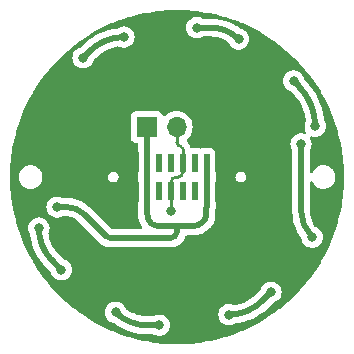
<source format=gbl>
%TF.GenerationSoftware,KiCad,Pcbnew,7.0.10*%
%TF.CreationDate,2024-04-29T22:23:39+02:00*%
%TF.ProjectId,GhostControllerLED,47686f73-7443-46f6-9e74-726f6c6c6572,rev?*%
%TF.SameCoordinates,Original*%
%TF.FileFunction,Copper,L2,Bot*%
%TF.FilePolarity,Positive*%
%FSLAX46Y46*%
G04 Gerber Fmt 4.6, Leading zero omitted, Abs format (unit mm)*
G04 Created by KiCad (PCBNEW 7.0.10) date 2024-04-29 22:23:39*
%MOMM*%
%LPD*%
G01*
G04 APERTURE LIST*
G04 Aperture macros list*
%AMRoundRect*
0 Rectangle with rounded corners*
0 $1 Rounding radius*
0 $2 $3 $4 $5 $6 $7 $8 $9 X,Y pos of 4 corners*
0 Add a 4 corners polygon primitive as box body*
4,1,4,$2,$3,$4,$5,$6,$7,$8,$9,$2,$3,0*
0 Add four circle primitives for the rounded corners*
1,1,$1+$1,$2,$3*
1,1,$1+$1,$4,$5*
1,1,$1+$1,$6,$7*
1,1,$1+$1,$8,$9*
0 Add four rect primitives between the rounded corners*
20,1,$1+$1,$2,$3,$4,$5,0*
20,1,$1+$1,$4,$5,$6,$7,0*
20,1,$1+$1,$6,$7,$8,$9,0*
20,1,$1+$1,$8,$9,$2,$3,0*%
G04 Aperture macros list end*
%TA.AperFunction,ComponentPad*%
%ADD10R,1.700000X1.700000*%
%TD*%
%TA.AperFunction,ComponentPad*%
%ADD11O,1.700000X1.700000*%
%TD*%
%TA.AperFunction,ComponentPad*%
%ADD12RoundRect,0.500000X0.425000X0.000000X-0.425000X0.000000X-0.425000X0.000000X0.425000X0.000000X0*%
%TD*%
%TA.AperFunction,SMDPad,CuDef*%
%ADD13R,0.550000X1.600000*%
%TD*%
%TA.AperFunction,ViaPad*%
%ADD14C,0.800000*%
%TD*%
%TA.AperFunction,Conductor*%
%ADD15C,0.250000*%
%TD*%
%TA.AperFunction,Conductor*%
%ADD16C,0.500000*%
%TD*%
%TA.AperFunction,Conductor*%
%ADD17C,0.550000*%
%TD*%
G04 APERTURE END LIST*
D10*
%TO.P,REF\u002A\u002A,1*%
%TO.N,Net-(D1-VDD)*%
X46700000Y-44400000D03*
D11*
%TO.P,REF\u002A\u002A,2*%
%TO.N,Net-(J1-D+-PadA6)*%
X49240000Y-44400000D03*
%TO.P,REF\u002A\u002A,3*%
%TO.N,GND*%
X51780000Y-44400000D03*
%TD*%
D12*
%TO.P,NoUSB,1*%
%TO.N,GND*%
X53417285Y-46630000D03*
%TO.P,NoUSB,2*%
X53417285Y-50670000D03*
%TO.P,NoUSB,3*%
X45117285Y-50670000D03*
X45117285Y-46630000D03*
D13*
%TO.P,NoUSB,A1,GND*%
X52767285Y-47500000D03*
%TO.P,NoUSB,A4,VBUS*%
%TO.N,Net-(D1-VDD)*%
X51767285Y-47500000D03*
%TO.P,NoUSB,A5,CC1*%
%TO.N,unconnected-(J1-CC1-PadA5)*%
X50767285Y-47500000D03*
%TO.P,NoUSB,A6,D+*%
%TO.N,Net-(J1-D+-PadA6)*%
X49767285Y-47500000D03*
%TO.P,NoUSB,A7,D-*%
%TO.N,unconnected-(J1-D--PadA7)*%
X48767285Y-47500000D03*
%TO.P,NoUSB,A8,SBU1*%
%TO.N,unconnected-(J1-SBU1-PadA8)*%
X47767285Y-47500000D03*
%TO.P,NoUSB,A9,VBUS*%
%TO.N,Net-(D1-VDD)*%
X46767285Y-47500000D03*
%TO.P,NoUSB,A12,GND*%
%TO.N,GND*%
X45767285Y-47500000D03*
%TO.P,NoUSB,B1,GND*%
X45767285Y-49800000D03*
%TO.P,NoUSB,B4,VBUS*%
%TO.N,Net-(D1-VDD)*%
X46767285Y-49800000D03*
%TO.P,NoUSB,B5,CC2*%
%TO.N,unconnected-(J1-CC2-PadB5)*%
X47767285Y-49800000D03*
%TO.P,NoUSB,B6,D+*%
%TO.N,Net-(J1-D+-PadA6)*%
X48767285Y-49800000D03*
%TO.P,NoUSB,B7,D-*%
%TO.N,unconnected-(J1-D--PadB7)*%
X49767285Y-49800000D03*
%TO.P,NoUSB,B8,SBU2*%
%TO.N,unconnected-(J1-SBU2-PadB8)*%
X50767285Y-49800000D03*
%TO.P,NoUSB,B9,VBUS*%
%TO.N,Net-(D1-VDD)*%
X51767285Y-49800000D03*
%TO.P,NoUSB,B12,GND*%
%TO.N,GND*%
X52767285Y-49800000D03*
%TD*%
D14*
%TO.N,Net-(D1-VDD)*%
X41317285Y-38550000D03*
X44767285Y-36800000D03*
X57217285Y-58400000D03*
X60967285Y-44350000D03*
X39117285Y-51200000D03*
X53667285Y-60300000D03*
X50950000Y-36000000D03*
X44067285Y-60100000D03*
X39467285Y-56500000D03*
X59767285Y-45850000D03*
X37567285Y-52970551D03*
X54476688Y-36973312D03*
X60717285Y-53750000D03*
X47767285Y-61200000D03*
X59131447Y-40525000D03*
%TO.N,Net-(J1-D+-PadA6)*%
X48767965Y-51500680D03*
%TD*%
D15*
%TO.N,Net-(J1-D+-PadA6)*%
X48767285Y-51500000D02*
X48767285Y-49800000D01*
X48767965Y-51500680D02*
X48767285Y-51500000D01*
D16*
%TO.N,Net-(D1-VDD)*%
X54476687Y-36973313D02*
G75*
G03*
X52126905Y-36000000I-2349787J-2349787D01*
G01*
X52126905Y-36000000D02*
X50950000Y-36000000D01*
X54427740Y-36924594D02*
X54476458Y-36973312D01*
X54476458Y-36973312D02*
X54476688Y-36973312D01*
X44767285Y-36800001D02*
G75*
G03*
X41865205Y-38002082I15J-4104199D01*
G01*
X41865204Y-38002081D02*
X41317285Y-38550000D01*
X60967278Y-44350000D02*
G75*
G03*
X59560735Y-40954288I-4802278J0D01*
G01*
X59560735Y-40954288D02*
X59131447Y-40525000D01*
D17*
X56484011Y-59133274D02*
X57217285Y-58400000D01*
D16*
X37696997Y-52989694D02*
X37586428Y-52989694D01*
D17*
X51767285Y-47500000D02*
X51767285Y-49800000D01*
X46767285Y-51155026D02*
X46767285Y-49800000D01*
X50605026Y-52806066D02*
X49250000Y-52806066D01*
X39467285Y-56496882D02*
X38584462Y-55614059D01*
D16*
X59767285Y-51456498D02*
X59767285Y-45850000D01*
D17*
X46750000Y-51761092D02*
X46750000Y-51196755D01*
X49250000Y-52806066D02*
X47582842Y-52806066D01*
X47767285Y-61200000D02*
X46722919Y-61200000D01*
X51767285Y-49800000D02*
X51767285Y-51200000D01*
X51750000Y-51806066D02*
X51750000Y-51241729D01*
X51502513Y-52403554D02*
X51450000Y-52456066D01*
X46767285Y-47500000D02*
X46767285Y-49800000D01*
D15*
X51767285Y-47239949D02*
X51767285Y-47500000D01*
D17*
X39467285Y-56500000D02*
X39467285Y-56496882D01*
D16*
X37586428Y-52989694D02*
X37567285Y-52970551D01*
D17*
X43268934Y-53668934D02*
X42150000Y-52550000D01*
X42150000Y-52550000D02*
X41402076Y-51802077D01*
X48737868Y-53806066D02*
X43600000Y-53806066D01*
X49250000Y-52806066D02*
X49250000Y-53293934D01*
X39948534Y-51200000D02*
X39117285Y-51200000D01*
D15*
X46767285Y-44300000D02*
X46717285Y-44250000D01*
D17*
X46767285Y-47500000D02*
X46767285Y-44562440D01*
X41402055Y-51802098D02*
G75*
G03*
X39948534Y-51200000I-1453555J-1453502D01*
G01*
X46767268Y-44562440D02*
G75*
G03*
X46700000Y-44400000I-229668J40D01*
G01*
D16*
X59767291Y-51456498D02*
G75*
G03*
X60717285Y-53750000I3243509J-2D01*
G01*
D17*
X51767273Y-51199988D02*
G75*
G03*
X51750000Y-51241729I41727J-41712D01*
G01*
X53667285Y-60299975D02*
G75*
G03*
X56484011Y-59133274I15J3983475D01*
G01*
X49099976Y-53656042D02*
G75*
G03*
X49250000Y-53293934I-362076J362142D01*
G01*
X46767285Y-44538298D02*
G75*
G03*
X46709999Y-44400001I-195585J-2D01*
G01*
X48737868Y-53806033D02*
G75*
G03*
X49100000Y-53656066I32J512133D01*
G01*
X50605026Y-52806086D02*
G75*
G03*
X51450000Y-52456066I-26J1194986D01*
G01*
X47099974Y-52606092D02*
G75*
G03*
X47582842Y-52806066I482826J482892D01*
G01*
X46750014Y-51761092D02*
G75*
G03*
X47100000Y-52606066I1194986J-8D01*
G01*
X46767310Y-51155051D02*
G75*
G03*
X46750000Y-51196755I41690J-41749D01*
G01*
X37567269Y-52970551D02*
G75*
G03*
X38584462Y-55614059I3952831J3551D01*
G01*
X43268941Y-53668927D02*
G75*
G03*
X43600000Y-53806066I331059J331027D01*
G01*
X44067282Y-60100003D02*
G75*
G03*
X46722919Y-61200000I2655618J2655603D01*
G01*
X51502535Y-52403576D02*
G75*
G03*
X51750000Y-51806066I-597535J597476D01*
G01*
D15*
%TO.N,Net-(J1-D+-PadA6)*%
X49767285Y-46250000D02*
X49767285Y-47500000D01*
X49767285Y-47500000D02*
X49767285Y-48225000D01*
X49257285Y-45739990D02*
X49257285Y-44441729D01*
X48767285Y-49075000D02*
X48767285Y-49800000D01*
X49342285Y-48650000D02*
X49192285Y-48650000D01*
X49257272Y-44441729D02*
G75*
G03*
X49240000Y-44400000I-58972J29D01*
G01*
X49342285Y-48649985D02*
G75*
G03*
X49767285Y-48225000I15J424985D01*
G01*
X49257290Y-44417587D02*
G75*
G03*
X49250000Y-44400000I-24890J-13D01*
G01*
X49257300Y-45739990D02*
G75*
G03*
X49567285Y-46050000I310000J-10D01*
G01*
X49767300Y-46250000D02*
G75*
G03*
X49567285Y-46050000I-200000J0D01*
G01*
X49192285Y-48649985D02*
G75*
G03*
X48767285Y-49075000I15J-425015D01*
G01*
%TD*%
%TA.AperFunction,Conductor*%
%TO.N,GND*%
G36*
X49570182Y-34505557D02*
G01*
X49717688Y-34509485D01*
X49720837Y-34509611D01*
X50319360Y-34541512D01*
X50322459Y-34541718D01*
X50469544Y-34553491D01*
X50472827Y-34553798D01*
X51068670Y-34617493D01*
X51071932Y-34617886D01*
X51218171Y-34637469D01*
X51221342Y-34637937D01*
X51812994Y-34733260D01*
X51816093Y-34733802D01*
X51961169Y-34761156D01*
X51964339Y-34761798D01*
X52550090Y-34888479D01*
X52553188Y-34889192D01*
X52696558Y-34924218D01*
X52699587Y-34925001D01*
X53277882Y-35082708D01*
X53280848Y-35083559D01*
X53422196Y-35126180D01*
X53425285Y-35127157D01*
X53994265Y-35315385D01*
X53997195Y-35316398D01*
X54136036Y-35366467D01*
X54139075Y-35367609D01*
X54620902Y-35556007D01*
X54697182Y-35585833D01*
X54700240Y-35587076D01*
X54836146Y-35644433D01*
X54839099Y-35645725D01*
X55384850Y-35893367D01*
X55387676Y-35894694D01*
X55520459Y-35959263D01*
X55523307Y-35960695D01*
X56055077Y-36237017D01*
X56057946Y-36238558D01*
X56186995Y-36310041D01*
X56189799Y-36311643D01*
X56528536Y-36511241D01*
X56706099Y-36615870D01*
X56708920Y-36617584D01*
X56747734Y-36641869D01*
X56833953Y-36695816D01*
X56836654Y-36697556D01*
X57336029Y-37028829D01*
X57338739Y-37030680D01*
X57459424Y-37115451D01*
X57462100Y-37117384D01*
X57943105Y-37474742D01*
X57945727Y-37476745D01*
X58061750Y-37567835D01*
X58064236Y-37569841D01*
X58522330Y-37949632D01*
X58525563Y-37952312D01*
X58528076Y-37954452D01*
X58639042Y-38051549D01*
X58641489Y-38053748D01*
X58975118Y-38361740D01*
X59081808Y-38460231D01*
X59084188Y-38462488D01*
X59189864Y-38565387D01*
X59192155Y-38567678D01*
X59319629Y-38698592D01*
X59610218Y-38997023D01*
X59612489Y-38999418D01*
X59712489Y-39107742D01*
X59714696Y-39110197D01*
X60109315Y-39561181D01*
X60111456Y-39563695D01*
X60205578Y-39677223D01*
X60207650Y-39679792D01*
X60577652Y-40151070D01*
X60579657Y-40153694D01*
X60667621Y-40272095D01*
X60669553Y-40274770D01*
X61013959Y-40765086D01*
X61015821Y-40767813D01*
X61097350Y-40890714D01*
X61099138Y-40893489D01*
X61416963Y-41401447D01*
X61418677Y-41404268D01*
X61493540Y-41531317D01*
X61495178Y-41534184D01*
X61785541Y-42058378D01*
X61787102Y-42061287D01*
X61855082Y-42192113D01*
X61856565Y-42195062D01*
X62118597Y-42733922D01*
X62120001Y-42736909D01*
X62180963Y-42871256D01*
X62182287Y-42874281D01*
X62415261Y-43426310D01*
X62416504Y-43429368D01*
X62470204Y-43566704D01*
X62471365Y-43569794D01*
X62674659Y-44133522D01*
X62675712Y-44136568D01*
X62722031Y-44276581D01*
X62723025Y-44279728D01*
X62896015Y-44853435D01*
X62896926Y-44856608D01*
X62935735Y-44998914D01*
X62936561Y-45002111D01*
X63078760Y-45584166D01*
X63079501Y-45587382D01*
X63110675Y-45731523D01*
X63111330Y-45734759D01*
X63222359Y-46323602D01*
X63222927Y-46326854D01*
X63246385Y-46472454D01*
X63246867Y-46475720D01*
X63326398Y-47069635D01*
X63326792Y-47072912D01*
X63342462Y-47219496D01*
X63342770Y-47222783D01*
X63390584Y-47820141D01*
X63390803Y-47823436D01*
X63398649Y-47970655D01*
X63398781Y-47973953D01*
X63416697Y-48646698D01*
X63416697Y-48653300D01*
X63398781Y-49326045D01*
X63398649Y-49329343D01*
X63390803Y-49476562D01*
X63390584Y-49479857D01*
X63342770Y-50077215D01*
X63342462Y-50080502D01*
X63326792Y-50227086D01*
X63326398Y-50230363D01*
X63246867Y-50824278D01*
X63246385Y-50827544D01*
X63222927Y-50973144D01*
X63222359Y-50976396D01*
X63111330Y-51565239D01*
X63110675Y-51568475D01*
X63079501Y-51712616D01*
X63078760Y-51715832D01*
X62936561Y-52297887D01*
X62935735Y-52301084D01*
X62896926Y-52443390D01*
X62896015Y-52446563D01*
X62723025Y-53020270D01*
X62722031Y-53023417D01*
X62702429Y-53082671D01*
X62677242Y-53158810D01*
X62675738Y-53163355D01*
X62674659Y-53166476D01*
X62471365Y-53730204D01*
X62470204Y-53733294D01*
X62416504Y-53870630D01*
X62415261Y-53873688D01*
X62182287Y-54425717D01*
X62180963Y-54428742D01*
X62120001Y-54563089D01*
X62118597Y-54566076D01*
X61856565Y-55104936D01*
X61855082Y-55107885D01*
X61787102Y-55238711D01*
X61785541Y-55241620D01*
X61495178Y-55765814D01*
X61493540Y-55768681D01*
X61418677Y-55895730D01*
X61416963Y-55898551D01*
X61099138Y-56406509D01*
X61097350Y-56409284D01*
X61015821Y-56532185D01*
X61013959Y-56534912D01*
X60669553Y-57025228D01*
X60667621Y-57027903D01*
X60579657Y-57146304D01*
X60577652Y-57148928D01*
X60207650Y-57620206D01*
X60205578Y-57622775D01*
X60111456Y-57736303D01*
X60109315Y-57738817D01*
X59714696Y-58189801D01*
X59712489Y-58192256D01*
X59612489Y-58300580D01*
X59610218Y-58302975D01*
X59192176Y-58732299D01*
X59189841Y-58734634D01*
X59084203Y-58837496D01*
X59081808Y-58839767D01*
X58641498Y-59246242D01*
X58639042Y-59248449D01*
X58528076Y-59345546D01*
X58525563Y-59347686D01*
X58064278Y-59730123D01*
X58061708Y-59732197D01*
X57945727Y-59823253D01*
X57943105Y-59825256D01*
X57462100Y-60182614D01*
X57459424Y-60184547D01*
X57338739Y-60269318D01*
X57336012Y-60271180D01*
X56836691Y-60602418D01*
X56833916Y-60604206D01*
X56708920Y-60682414D01*
X56706099Y-60684128D01*
X56189829Y-60988338D01*
X56186962Y-60989976D01*
X56057965Y-61061430D01*
X56055057Y-61062991D01*
X55523342Y-61339285D01*
X55520393Y-61340768D01*
X55387770Y-61405259D01*
X55384781Y-61406663D01*
X54839134Y-61654257D01*
X54836110Y-61655581D01*
X54700240Y-61712922D01*
X54697182Y-61714165D01*
X54139099Y-61932380D01*
X54136009Y-61933541D01*
X53997288Y-61983568D01*
X53994167Y-61984646D01*
X53425303Y-62172835D01*
X53422157Y-62173830D01*
X53280961Y-62216406D01*
X53277787Y-62217317D01*
X52699679Y-62374973D01*
X52696482Y-62375799D01*
X52553238Y-62410794D01*
X52550021Y-62411535D01*
X51964371Y-62538193D01*
X51961136Y-62538848D01*
X51816167Y-62566183D01*
X51812915Y-62566751D01*
X51221390Y-62662054D01*
X51218124Y-62662536D01*
X51071940Y-62682111D01*
X51068662Y-62682506D01*
X50472824Y-62746200D01*
X50469539Y-62746507D01*
X50322557Y-62758273D01*
X50319262Y-62758492D01*
X49720915Y-62790383D01*
X49717617Y-62790515D01*
X49574155Y-62794336D01*
X49570182Y-62794442D01*
X49566882Y-62794486D01*
X48967688Y-62794486D01*
X48964387Y-62794442D01*
X48960177Y-62794329D01*
X48816951Y-62790515D01*
X48813653Y-62790383D01*
X48215306Y-62758492D01*
X48212011Y-62758273D01*
X48065029Y-62746507D01*
X48061744Y-62746200D01*
X47465906Y-62682506D01*
X47462628Y-62682111D01*
X47316444Y-62662536D01*
X47313178Y-62662054D01*
X46721653Y-62566751D01*
X46718401Y-62566183D01*
X46573432Y-62538848D01*
X46570197Y-62538193D01*
X45984547Y-62411535D01*
X45981330Y-62410794D01*
X45838086Y-62375799D01*
X45834889Y-62374973D01*
X45256781Y-62217317D01*
X45253623Y-62216410D01*
X45221684Y-62206780D01*
X45112411Y-62173830D01*
X45109265Y-62172835D01*
X44540401Y-61984646D01*
X44537280Y-61983568D01*
X44398559Y-61933541D01*
X44395469Y-61932380D01*
X43837386Y-61714165D01*
X43834328Y-61712922D01*
X43698458Y-61655581D01*
X43695434Y-61654257D01*
X43149787Y-61406663D01*
X43146829Y-61405273D01*
X43014170Y-61340765D01*
X43011226Y-61339285D01*
X42479511Y-61062991D01*
X42476603Y-61061430D01*
X42347606Y-60989976D01*
X42344739Y-60988338D01*
X41828469Y-60684128D01*
X41825648Y-60682414D01*
X41700652Y-60604206D01*
X41697877Y-60602418D01*
X41198556Y-60271180D01*
X41195829Y-60269318D01*
X41075144Y-60184547D01*
X41072468Y-60182614D01*
X40961269Y-60100000D01*
X43161825Y-60100000D01*
X43181611Y-60288256D01*
X43181612Y-60288259D01*
X43240103Y-60468277D01*
X43240106Y-60468284D01*
X43334752Y-60632216D01*
X43366778Y-60667784D01*
X43461414Y-60772888D01*
X43614550Y-60884148D01*
X43614555Y-60884151D01*
X43787476Y-60961142D01*
X43787482Y-60961144D01*
X43860857Y-60976740D01*
X43914782Y-61003041D01*
X43961901Y-61042579D01*
X43961907Y-61042583D01*
X43961908Y-61042584D01*
X44286020Y-61269530D01*
X44628678Y-61467365D01*
X44628692Y-61467371D01*
X44628695Y-61467373D01*
X44987271Y-61634579D01*
X44987274Y-61634580D01*
X44987276Y-61634581D01*
X45359082Y-61769907D01*
X45359083Y-61769907D01*
X45359088Y-61769909D01*
X45479156Y-61802080D01*
X45741269Y-61872312D01*
X46130926Y-61941018D01*
X46525089Y-61975501D01*
X46722923Y-61975500D01*
X46804431Y-61975500D01*
X47268767Y-61975500D01*
X47319203Y-61986221D01*
X47487477Y-62061142D01*
X47487482Y-62061144D01*
X47672639Y-62100500D01*
X47672640Y-62100500D01*
X47861929Y-62100500D01*
X47861931Y-62100500D01*
X48047088Y-62061144D01*
X48220015Y-61984151D01*
X48373156Y-61872888D01*
X48499818Y-61732216D01*
X48594464Y-61568284D01*
X48652959Y-61388256D01*
X48672745Y-61200000D01*
X48652959Y-61011744D01*
X48598397Y-60843823D01*
X48594466Y-60831722D01*
X48594465Y-60831721D01*
X48594464Y-60831716D01*
X48499818Y-60667784D01*
X48373156Y-60527112D01*
X48373155Y-60527111D01*
X48220019Y-60415851D01*
X48220014Y-60415848D01*
X48047092Y-60338857D01*
X48047087Y-60338855D01*
X47901286Y-60307865D01*
X47864283Y-60300000D01*
X52761825Y-60300000D01*
X52781611Y-60488256D01*
X52781612Y-60488259D01*
X52840103Y-60668277D01*
X52840106Y-60668284D01*
X52934752Y-60832216D01*
X52981512Y-60884148D01*
X53061414Y-60972888D01*
X53214550Y-61084148D01*
X53214555Y-61084151D01*
X53387477Y-61161142D01*
X53387482Y-61161144D01*
X53572639Y-61200500D01*
X53572640Y-61200500D01*
X53761929Y-61200500D01*
X53761931Y-61200500D01*
X53947088Y-61161144D01*
X54120015Y-61084151D01*
X54137393Y-61071524D01*
X54200552Y-61048223D01*
X54227066Y-61046137D01*
X54344992Y-61027460D01*
X54596418Y-60987640D01*
X54771246Y-60945668D01*
X54960046Y-60900343D01*
X55315702Y-60784786D01*
X55661195Y-60641681D01*
X55994395Y-60471910D01*
X56313248Y-60276521D01*
X56615788Y-60056717D01*
X56615797Y-60056708D01*
X56615804Y-60056704D01*
X56872428Y-59837531D01*
X56900151Y-59813854D01*
X57032366Y-59681641D01*
X57090002Y-59624007D01*
X57090004Y-59624003D01*
X57097063Y-59616944D01*
X57097069Y-59616936D01*
X57414953Y-59299052D01*
X57476274Y-59265569D01*
X57476631Y-59265491D01*
X57497088Y-59261144D01*
X57670015Y-59184151D01*
X57823156Y-59072888D01*
X57949818Y-58932216D01*
X58044464Y-58768284D01*
X58102959Y-58588256D01*
X58122745Y-58400000D01*
X58102959Y-58211744D01*
X58044464Y-58031716D01*
X57949818Y-57867784D01*
X57823156Y-57727112D01*
X57764748Y-57684676D01*
X57670019Y-57615851D01*
X57670014Y-57615848D01*
X57497092Y-57538857D01*
X57497087Y-57538855D01*
X57351286Y-57507865D01*
X57311931Y-57499500D01*
X57122639Y-57499500D01*
X57090182Y-57506398D01*
X56937482Y-57538855D01*
X56937477Y-57538857D01*
X56764555Y-57615848D01*
X56764550Y-57615851D01*
X56611414Y-57727111D01*
X56484751Y-57867785D01*
X56390106Y-58031715D01*
X56390104Y-58031719D01*
X56351779Y-58149670D01*
X56321529Y-58199032D01*
X55937825Y-58582737D01*
X55933416Y-58586935D01*
X55706904Y-58792229D01*
X55697498Y-58799948D01*
X55454427Y-58980218D01*
X55444309Y-58986979D01*
X55184727Y-59142563D01*
X55173995Y-59148299D01*
X54900424Y-59277687D01*
X54889181Y-59282344D01*
X54604240Y-59384295D01*
X54592595Y-59387827D01*
X54299035Y-59461357D01*
X54287101Y-59463731D01*
X54109643Y-59490053D01*
X54041013Y-59480674D01*
X53947092Y-59438857D01*
X53947087Y-59438855D01*
X53801286Y-59407865D01*
X53761931Y-59399500D01*
X53572639Y-59399500D01*
X53540182Y-59406398D01*
X53387482Y-59438855D01*
X53387477Y-59438857D01*
X53214555Y-59515848D01*
X53214550Y-59515851D01*
X53061414Y-59627111D01*
X52934751Y-59767785D01*
X52840106Y-59931715D01*
X52840103Y-59931722D01*
X52785427Y-60100000D01*
X52781611Y-60111744D01*
X52761825Y-60300000D01*
X47864283Y-60300000D01*
X47861931Y-60299500D01*
X47672639Y-60299500D01*
X47640182Y-60306398D01*
X47487482Y-60338855D01*
X47487477Y-60338857D01*
X47319203Y-60413779D01*
X47268767Y-60424500D01*
X46810556Y-60424500D01*
X46810536Y-60424499D01*
X46725965Y-60424499D01*
X46719881Y-60424350D01*
X46436892Y-60410449D01*
X46424782Y-60409256D01*
X46147545Y-60368133D01*
X46135610Y-60365759D01*
X45863742Y-60297661D01*
X45852097Y-60294129D01*
X45588203Y-60199707D01*
X45576960Y-60195050D01*
X45323593Y-60075216D01*
X45312861Y-60069479D01*
X45072472Y-59925395D01*
X45062354Y-59918635D01*
X44952998Y-59837531D01*
X44910878Y-59781785D01*
X44908934Y-59776250D01*
X44894464Y-59731716D01*
X44894462Y-59731712D01*
X44799819Y-59567785D01*
X44673155Y-59427111D01*
X44520019Y-59315851D01*
X44520014Y-59315848D01*
X44347092Y-59238857D01*
X44347087Y-59238855D01*
X44201286Y-59207865D01*
X44161931Y-59199500D01*
X43972639Y-59199500D01*
X43940182Y-59206398D01*
X43787482Y-59238855D01*
X43787477Y-59238857D01*
X43614555Y-59315848D01*
X43614550Y-59315851D01*
X43461414Y-59427111D01*
X43334751Y-59567785D01*
X43240106Y-59731715D01*
X43240103Y-59731722D01*
X43205724Y-59837531D01*
X43181611Y-59911744D01*
X43161825Y-60100000D01*
X40961269Y-60100000D01*
X40591463Y-59825256D01*
X40588841Y-59823253D01*
X40518190Y-59767785D01*
X40472837Y-59732178D01*
X40470315Y-59730143D01*
X40009005Y-59347686D01*
X40006492Y-59345546D01*
X39895519Y-59248443D01*
X39893070Y-59246242D01*
X39612226Y-58986979D01*
X39452750Y-58839757D01*
X39450365Y-58837496D01*
X39411804Y-58799948D01*
X39344705Y-58734612D01*
X39342414Y-58732321D01*
X38924350Y-58302975D01*
X38922079Y-58300580D01*
X38822079Y-58192256D01*
X38819872Y-58189801D01*
X38538102Y-57867785D01*
X38425241Y-57738803D01*
X38423112Y-57736303D01*
X38415491Y-57727111D01*
X38328985Y-57622769D01*
X38326918Y-57620206D01*
X37956916Y-57148928D01*
X37954911Y-57146304D01*
X37866947Y-57027903D01*
X37865015Y-57025228D01*
X37520609Y-56534912D01*
X37518747Y-56532185D01*
X37437218Y-56409284D01*
X37435430Y-56406509D01*
X37117605Y-55898551D01*
X37115891Y-55895730D01*
X37041028Y-55768681D01*
X37039390Y-55765814D01*
X36749027Y-55241620D01*
X36747466Y-55238711D01*
X36679486Y-55107885D01*
X36678003Y-55104936D01*
X36415971Y-54566076D01*
X36414567Y-54563089D01*
X36381602Y-54490441D01*
X36353593Y-54428714D01*
X36352281Y-54425717D01*
X36351087Y-54422888D01*
X36119295Y-53873659D01*
X36118064Y-53870630D01*
X36107199Y-53842842D01*
X36064342Y-53733237D01*
X36063224Y-53730261D01*
X35859875Y-53166378D01*
X35858886Y-53163518D01*
X35812502Y-53023308D01*
X35811557Y-53020315D01*
X35796552Y-52970551D01*
X36661825Y-52970551D01*
X36681611Y-53158807D01*
X36681612Y-53158810D01*
X36740106Y-53338836D01*
X36803505Y-53448646D01*
X36819698Y-53500447D01*
X36823606Y-53547804D01*
X36886403Y-53927857D01*
X36886406Y-53927871D01*
X36886407Y-53927874D01*
X36973546Y-54276126D01*
X36979918Y-54301590D01*
X37103508Y-54666443D01*
X37103510Y-54666449D01*
X37256376Y-55020059D01*
X37256379Y-55020065D01*
X37437493Y-55360055D01*
X37437496Y-55360060D01*
X37437498Y-55360063D01*
X37645673Y-55684206D01*
X37669846Y-55715851D01*
X37879518Y-55990335D01*
X37879523Y-55990341D01*
X37990298Y-56113173D01*
X37995157Y-56118901D01*
X38005300Y-56131619D01*
X38005304Y-56131623D01*
X38005305Y-56131624D01*
X38019677Y-56145996D01*
X38024071Y-56150623D01*
X38063106Y-56193914D01*
X38063108Y-56193916D01*
X38071524Y-56200021D01*
X38086391Y-56212710D01*
X38570028Y-56696348D01*
X38600278Y-56745710D01*
X38640104Y-56868280D01*
X38640106Y-56868284D01*
X38734752Y-57032216D01*
X38837478Y-57146304D01*
X38861414Y-57172888D01*
X39014550Y-57284148D01*
X39014555Y-57284151D01*
X39187477Y-57361142D01*
X39187482Y-57361144D01*
X39372639Y-57400500D01*
X39372640Y-57400500D01*
X39561929Y-57400500D01*
X39561931Y-57400500D01*
X39747088Y-57361144D01*
X39920015Y-57284151D01*
X40073156Y-57172888D01*
X40199818Y-57032216D01*
X40294464Y-56868284D01*
X40352959Y-56688256D01*
X40372745Y-56500000D01*
X40352959Y-56311744D01*
X40294464Y-56131716D01*
X40199818Y-55967784D01*
X40073156Y-55827112D01*
X40073155Y-55827111D01*
X39920019Y-55715851D01*
X39920014Y-55715848D01*
X39747092Y-55638857D01*
X39747088Y-55638856D01*
X39730811Y-55635396D01*
X39669329Y-55602203D01*
X39668912Y-55601787D01*
X39157928Y-55090803D01*
X39149813Y-55081856D01*
X38979259Y-54874341D01*
X38972462Y-54865254D01*
X38837513Y-54666443D01*
X38815422Y-54633898D01*
X38809503Y-54624255D01*
X38674277Y-54379488D01*
X38669259Y-54369332D01*
X38639564Y-54301590D01*
X38556999Y-54113238D01*
X38552931Y-54102666D01*
X38464570Y-53837381D01*
X38461479Y-53826455D01*
X38397758Y-53554205D01*
X38395684Y-53543069D01*
X38378415Y-53419004D01*
X38388669Y-53349891D01*
X38393845Y-53339907D01*
X38394464Y-53338835D01*
X38452959Y-53158807D01*
X38472745Y-52970551D01*
X38452959Y-52782295D01*
X38394464Y-52602267D01*
X38299818Y-52438335D01*
X38173156Y-52297663D01*
X38148687Y-52279885D01*
X38020019Y-52186402D01*
X38020014Y-52186399D01*
X37847092Y-52109408D01*
X37847087Y-52109406D01*
X37701286Y-52078416D01*
X37661931Y-52070051D01*
X37472639Y-52070051D01*
X37440182Y-52076949D01*
X37287482Y-52109406D01*
X37287477Y-52109408D01*
X37114555Y-52186399D01*
X37114550Y-52186402D01*
X36961414Y-52297662D01*
X36834751Y-52438336D01*
X36740106Y-52602266D01*
X36740103Y-52602273D01*
X36681612Y-52782291D01*
X36681611Y-52782295D01*
X36661825Y-52970551D01*
X35796552Y-52970551D01*
X35638553Y-52446563D01*
X35637642Y-52443390D01*
X35629934Y-52415125D01*
X35598822Y-52301041D01*
X35598018Y-52297932D01*
X35455805Y-51715820D01*
X35455067Y-51712616D01*
X35423881Y-51568417D01*
X35423250Y-51565298D01*
X35354371Y-51200000D01*
X38211825Y-51200000D01*
X38231611Y-51388256D01*
X38231612Y-51388259D01*
X38290103Y-51568277D01*
X38290106Y-51568284D01*
X38384752Y-51732216D01*
X38473497Y-51830777D01*
X38511414Y-51872888D01*
X38664550Y-51984148D01*
X38664555Y-51984151D01*
X38837477Y-52061142D01*
X38837482Y-52061144D01*
X39022639Y-52100500D01*
X39022640Y-52100500D01*
X39211929Y-52100500D01*
X39211931Y-52100500D01*
X39397088Y-52061144D01*
X39453829Y-52035881D01*
X39565367Y-51986221D01*
X39615803Y-51975500D01*
X39943643Y-51975500D01*
X39953373Y-51975881D01*
X40139043Y-51990498D01*
X40158260Y-51993542D01*
X40230479Y-52010881D01*
X40334609Y-52035881D01*
X40353105Y-52041891D01*
X40520659Y-52111299D01*
X40537993Y-52120132D01*
X40692621Y-52214892D01*
X40708362Y-52226329D01*
X40850263Y-52347527D01*
X40857411Y-52354135D01*
X40865100Y-52361824D01*
X40911339Y-52408065D01*
X40918399Y-52415125D01*
X40918419Y-52415142D01*
X41635531Y-53132255D01*
X41635561Y-53132283D01*
X42707728Y-54204450D01*
X42707730Y-54204454D01*
X42707731Y-54204454D01*
X42778920Y-54275648D01*
X42779140Y-54275855D01*
X42789759Y-54286475D01*
X42789761Y-54286477D01*
X42789764Y-54286479D01*
X42789765Y-54286480D01*
X42948141Y-54401557D01*
X43122570Y-54490439D01*
X43122572Y-54490439D01*
X43122573Y-54490440D01*
X43122575Y-54490441D01*
X43308750Y-54550937D01*
X43308752Y-54550937D01*
X43308757Y-54550939D01*
X43502115Y-54581566D01*
X43502116Y-54581566D01*
X48784392Y-54581566D01*
X48785440Y-54581536D01*
X48839155Y-54581540D01*
X49039332Y-54549849D01*
X49232088Y-54487235D01*
X49412676Y-54395239D01*
X49576650Y-54276126D01*
X49648311Y-54204477D01*
X49705952Y-54146848D01*
X49705953Y-54146845D01*
X49710397Y-54142403D01*
X49710824Y-54141928D01*
X49719948Y-54132806D01*
X49719948Y-54132805D01*
X49719952Y-54132802D01*
X49839098Y-53968842D01*
X49931127Y-53788261D01*
X49970460Y-53667239D01*
X50009902Y-53609566D01*
X50074263Y-53582373D01*
X50088388Y-53581566D01*
X50516734Y-53581566D01*
X50516770Y-53581567D01*
X50523531Y-53581567D01*
X50523535Y-53581568D01*
X50553659Y-53581567D01*
X50553727Y-53581586D01*
X50605043Y-53581585D01*
X50605043Y-53581586D01*
X50715700Y-53581584D01*
X50715704Y-53581584D01*
X50736169Y-53579277D01*
X50935630Y-53556799D01*
X50935639Y-53556797D01*
X50935640Y-53556797D01*
X51043515Y-53532172D01*
X51151400Y-53507546D01*
X51360299Y-53434445D01*
X51559699Y-53338413D01*
X51747093Y-53220660D01*
X51920125Y-53082666D01*
X51987867Y-53014919D01*
X51987932Y-53014863D01*
X52014560Y-52988233D01*
X52014656Y-52988180D01*
X52050923Y-52951910D01*
X52126023Y-52876803D01*
X52255330Y-52708270D01*
X52361533Y-52524300D01*
X52442816Y-52328043D01*
X52450039Y-52301084D01*
X52497783Y-52122866D01*
X52497783Y-52122864D01*
X52497786Y-52122854D01*
X52525504Y-51912247D01*
X52525500Y-51806035D01*
X52525500Y-51795615D01*
X52525500Y-51399134D01*
X52527587Y-51380607D01*
X52527346Y-51380580D01*
X52532347Y-51336187D01*
X52535659Y-51306790D01*
X52536397Y-51301339D01*
X52545996Y-51240670D01*
X52542956Y-51182861D01*
X52542785Y-51176350D01*
X52542785Y-48650000D01*
X54212152Y-48650000D01*
X54230587Y-48778225D01*
X54262053Y-48847124D01*
X54284403Y-48896063D01*
X54369236Y-48993967D01*
X54369237Y-48993968D01*
X54478210Y-49064001D01*
X54478213Y-49064002D01*
X54478216Y-49064004D01*
X54493808Y-49068582D01*
X54500966Y-49071032D01*
X54501948Y-49071256D01*
X54501953Y-49071259D01*
X54502644Y-49071416D01*
X54509932Y-49073316D01*
X54602513Y-49100500D01*
X54618471Y-49100500D01*
X54627739Y-49100847D01*
X54633465Y-49101276D01*
X54633466Y-49101275D01*
X54633467Y-49101276D01*
X54639192Y-49100846D01*
X54648460Y-49100500D01*
X54732059Y-49100500D01*
X54732059Y-49100499D01*
X54743820Y-49097045D01*
X54749703Y-49095319D01*
X54759001Y-49093625D01*
X54758919Y-49093264D01*
X54767980Y-49091195D01*
X54767985Y-49091195D01*
X54775473Y-49088255D01*
X54785811Y-49084716D01*
X54856354Y-49064004D01*
X54875981Y-49051389D01*
X54886075Y-49046231D01*
X54893551Y-49041914D01*
X54893551Y-49041913D01*
X54893556Y-49041912D01*
X54900353Y-49036491D01*
X54910594Y-49029145D01*
X54965334Y-48993967D01*
X54983931Y-48972503D01*
X54997208Y-48959760D01*
X54999016Y-48957809D01*
X54999021Y-48957806D01*
X55003671Y-48950984D01*
X55012396Y-48939653D01*
X55050167Y-48896063D01*
X55064145Y-48865454D01*
X55074482Y-48847124D01*
X55075011Y-48846350D01*
X55077105Y-48839561D01*
X55082792Y-48824624D01*
X55103982Y-48778226D01*
X55109547Y-48739519D01*
X55113796Y-48720611D01*
X55114457Y-48718469D01*
X55114772Y-48717448D01*
X55115245Y-48704737D01*
X55116419Y-48691720D01*
X55122418Y-48650000D01*
X55116419Y-48608282D01*
X55115245Y-48595255D01*
X55114772Y-48582553D01*
X55113795Y-48579385D01*
X55109546Y-48560475D01*
X55103983Y-48521779D01*
X55103982Y-48521777D01*
X55103982Y-48521774D01*
X55082794Y-48475380D01*
X55077099Y-48460420D01*
X55075011Y-48453650D01*
X55074474Y-48452863D01*
X55064142Y-48434539D01*
X55050167Y-48403937D01*
X55012399Y-48360350D01*
X55003663Y-48349003D01*
X54999023Y-48342196D01*
X54997213Y-48340246D01*
X54983933Y-48327497D01*
X54965334Y-48306033D01*
X54910613Y-48270866D01*
X54900340Y-48263498D01*
X54893555Y-48258087D01*
X54886095Y-48253780D01*
X54875979Y-48248608D01*
X54856356Y-48235996D01*
X54856351Y-48235994D01*
X54785827Y-48215287D01*
X54775466Y-48211741D01*
X54767982Y-48208804D01*
X54758930Y-48206738D01*
X54759011Y-48206379D01*
X54749717Y-48204685D01*
X54732057Y-48199500D01*
X54648460Y-48199500D01*
X54639192Y-48199153D01*
X54638539Y-48199104D01*
X54633465Y-48198723D01*
X54627739Y-48199153D01*
X54618471Y-48199500D01*
X54602513Y-48199500D01*
X54509932Y-48226682D01*
X54502619Y-48228589D01*
X54500981Y-48228963D01*
X54493821Y-48231413D01*
X54478220Y-48235994D01*
X54478216Y-48235996D01*
X54369235Y-48306033D01*
X54284403Y-48403937D01*
X54284402Y-48403938D01*
X54230587Y-48521774D01*
X54212152Y-48650000D01*
X52542785Y-48650000D01*
X52542785Y-47450335D01*
X52542784Y-47450313D01*
X52542784Y-46652129D01*
X52542783Y-46652123D01*
X52536376Y-46592516D01*
X52486082Y-46457671D01*
X52486078Y-46457664D01*
X52399832Y-46342455D01*
X52399829Y-46342452D01*
X52284620Y-46256206D01*
X52284613Y-46256202D01*
X52149771Y-46205910D01*
X52149770Y-46205909D01*
X52149768Y-46205909D01*
X52090158Y-46199500D01*
X52090148Y-46199500D01*
X51444414Y-46199500D01*
X51444408Y-46199501D01*
X51384801Y-46205908D01*
X51310617Y-46233577D01*
X51240925Y-46238561D01*
X51223953Y-46233577D01*
X51149773Y-46205910D01*
X51149769Y-46205909D01*
X51149768Y-46205909D01*
X51090158Y-46199500D01*
X51090149Y-46199500D01*
X50500697Y-46199500D01*
X50433658Y-46179815D01*
X50387903Y-46127011D01*
X50380403Y-46100629D01*
X50379887Y-46100762D01*
X50378058Y-46093634D01*
X50376558Y-46087047D01*
X50361073Y-46009199D01*
X50298839Y-45858962D01*
X50229377Y-45755011D01*
X50208491Y-45723755D01*
X50208488Y-45723752D01*
X50104771Y-45620042D01*
X50071284Y-45558721D01*
X50076266Y-45489029D01*
X50108555Y-45443306D01*
X50107573Y-45442324D01*
X50233327Y-45316569D01*
X50278495Y-45271401D01*
X50414035Y-45077830D01*
X50513903Y-44863663D01*
X50575063Y-44635408D01*
X50595659Y-44400000D01*
X50575063Y-44164592D01*
X50513903Y-43936337D01*
X50414035Y-43722171D01*
X50396299Y-43696840D01*
X50278494Y-43528597D01*
X50111402Y-43361506D01*
X50111395Y-43361501D01*
X49917834Y-43225967D01*
X49917830Y-43225965D01*
X49917828Y-43225964D01*
X49703663Y-43126097D01*
X49703659Y-43126096D01*
X49703655Y-43126094D01*
X49475413Y-43064938D01*
X49475403Y-43064936D01*
X49240001Y-43044341D01*
X49239999Y-43044341D01*
X49004596Y-43064936D01*
X49004586Y-43064938D01*
X48776344Y-43126094D01*
X48776335Y-43126098D01*
X48562171Y-43225964D01*
X48562169Y-43225965D01*
X48368600Y-43361503D01*
X48246673Y-43483430D01*
X48185350Y-43516914D01*
X48115658Y-43511930D01*
X48059725Y-43470058D01*
X48042810Y-43439081D01*
X47993797Y-43307671D01*
X47993793Y-43307664D01*
X47907547Y-43192455D01*
X47907544Y-43192452D01*
X47792335Y-43106206D01*
X47792328Y-43106202D01*
X47657482Y-43055908D01*
X47657483Y-43055908D01*
X47597883Y-43049501D01*
X47597881Y-43049500D01*
X47597873Y-43049500D01*
X47597864Y-43049500D01*
X45802129Y-43049500D01*
X45802123Y-43049501D01*
X45742516Y-43055908D01*
X45607671Y-43106202D01*
X45607664Y-43106206D01*
X45492455Y-43192452D01*
X45492452Y-43192455D01*
X45406206Y-43307664D01*
X45406202Y-43307671D01*
X45355908Y-43442517D01*
X45349501Y-43502116D01*
X45349500Y-43502135D01*
X45349500Y-45297870D01*
X45349501Y-45297876D01*
X45355908Y-45357483D01*
X45406202Y-45492328D01*
X45406206Y-45492335D01*
X45492452Y-45607544D01*
X45492455Y-45607547D01*
X45607664Y-45693793D01*
X45607671Y-45693797D01*
X45652618Y-45710561D01*
X45742517Y-45744091D01*
X45802127Y-45750500D01*
X45867785Y-45750499D01*
X45934823Y-45770183D01*
X45980579Y-45822986D01*
X45991785Y-45874499D01*
X45991785Y-50997620D01*
X45989696Y-51016152D01*
X45989938Y-51016180D01*
X45983456Y-51073704D01*
X45982695Y-51079306D01*
X45974550Y-51130488D01*
X45974549Y-51130496D01*
X45974534Y-51149294D01*
X45974500Y-51150556D01*
X45974500Y-51196258D01*
X45974433Y-51283460D01*
X45974500Y-51284733D01*
X45974500Y-51807750D01*
X45974513Y-51808230D01*
X45974513Y-51871751D01*
X45999289Y-52091662D01*
X45999290Y-52091666D01*
X46048533Y-52307428D01*
X46048535Y-52307434D01*
X46048536Y-52307438D01*
X46067566Y-52361824D01*
X46121629Y-52516334D01*
X46217646Y-52715726D01*
X46217656Y-52715745D01*
X46296103Y-52840596D01*
X46315102Y-52907833D01*
X46294733Y-52974667D01*
X46241465Y-53019881D01*
X46191108Y-53030566D01*
X43778650Y-53030566D01*
X43711611Y-53010881D01*
X43690969Y-52994247D01*
X42667565Y-51970843D01*
X41917525Y-51220802D01*
X41916766Y-51220085D01*
X41852081Y-51155398D01*
X41849406Y-51153203D01*
X41755979Y-51076526D01*
X41637059Y-50978927D01*
X41405774Y-50824382D01*
X41405771Y-50824380D01*
X41405769Y-50824379D01*
X41160463Y-50693254D01*
X41160456Y-50693251D01*
X40903468Y-50586798D01*
X40637279Y-50506045D01*
X40364463Y-50451773D01*
X40364461Y-50451772D01*
X40364457Y-50451772D01*
X40087630Y-50424503D01*
X40087626Y-50424502D01*
X40087634Y-50424502D01*
X39992097Y-50424500D01*
X39992094Y-50424500D01*
X39992092Y-50424500D01*
X39948547Y-50424500D01*
X39867038Y-50424498D01*
X39867037Y-50424498D01*
X39860273Y-50424498D01*
X39860237Y-50424500D01*
X39615803Y-50424500D01*
X39565367Y-50413779D01*
X39397092Y-50338857D01*
X39397087Y-50338855D01*
X39251286Y-50307865D01*
X39211931Y-50299500D01*
X39022639Y-50299500D01*
X38990182Y-50306398D01*
X38837482Y-50338855D01*
X38837477Y-50338857D01*
X38664555Y-50415848D01*
X38664550Y-50415851D01*
X38511414Y-50527111D01*
X38384751Y-50667785D01*
X38290106Y-50831715D01*
X38290103Y-50831722D01*
X38242274Y-50978927D01*
X38231611Y-51011744D01*
X38211825Y-51200000D01*
X35354371Y-51200000D01*
X35312200Y-50976346D01*
X35311650Y-50973197D01*
X35288177Y-50827506D01*
X35287706Y-50824316D01*
X35208163Y-50230309D01*
X35207782Y-50227141D01*
X35192099Y-50080428D01*
X35191804Y-50077287D01*
X35143976Y-49479751D01*
X35143771Y-49476665D01*
X35135916Y-49329279D01*
X35135789Y-49326114D01*
X35119836Y-48727018D01*
X35119792Y-48723717D01*
X35119792Y-48650000D01*
X35861944Y-48650000D01*
X35881260Y-48846129D01*
X35938473Y-49034733D01*
X36031371Y-49208532D01*
X36031375Y-49208539D01*
X36156401Y-49360883D01*
X36308745Y-49485909D01*
X36308752Y-49485913D01*
X36443378Y-49557872D01*
X36482558Y-49578814D01*
X36511442Y-49587575D01*
X36518480Y-49589946D01*
X36519076Y-49590166D01*
X36519084Y-49590170D01*
X36522855Y-49591146D01*
X36527707Y-49592509D01*
X36671153Y-49636024D01*
X36701947Y-49639056D01*
X36709196Y-49640344D01*
X36709240Y-49640063D01*
X36715463Y-49641016D01*
X36715467Y-49641017D01*
X36725708Y-49641536D01*
X36731514Y-49641968D01*
X36867285Y-49655341D01*
X36902488Y-49651873D01*
X36911785Y-49651653D01*
X36911783Y-49651610D01*
X36918053Y-49651291D01*
X36918065Y-49651292D01*
X36932211Y-49649124D01*
X36938767Y-49648300D01*
X37063417Y-49636024D01*
X37101576Y-49624448D01*
X37118112Y-49620694D01*
X37118581Y-49620573D01*
X37118584Y-49620573D01*
X37134241Y-49614774D01*
X37141291Y-49612400D01*
X37252012Y-49578814D01*
X37291205Y-49557864D01*
X37306586Y-49550945D01*
X37308815Y-49550120D01*
X37324127Y-49540575D01*
X37331203Y-49536485D01*
X37425818Y-49485913D01*
X37425819Y-49485912D01*
X37425818Y-49485912D01*
X37425823Y-49485910D01*
X37463798Y-49454744D01*
X37476844Y-49445385D01*
X37480969Y-49442815D01*
X37494356Y-49430088D01*
X37501090Y-49424139D01*
X37578168Y-49360883D01*
X37612367Y-49319211D01*
X37622765Y-49308027D01*
X37628000Y-49303052D01*
X37628002Y-49303048D01*
X37628004Y-49303047D01*
X37632903Y-49296007D01*
X37638439Y-49288053D01*
X37644335Y-49280258D01*
X37703195Y-49208538D01*
X37730926Y-49156656D01*
X37738488Y-49144308D01*
X37743886Y-49136553D01*
X37750819Y-49120396D01*
X37755395Y-49110878D01*
X37796099Y-49034727D01*
X37814647Y-48973580D01*
X37819345Y-48960713D01*
X37823885Y-48950135D01*
X37827209Y-48933957D01*
X37829990Y-48923002D01*
X37853309Y-48846132D01*
X37860083Y-48777345D01*
X37862022Y-48764556D01*
X37864720Y-48751429D01*
X37865326Y-48727434D01*
X37865878Y-48718510D01*
X37872626Y-48650000D01*
X43412152Y-48650000D01*
X43430587Y-48778225D01*
X43462053Y-48847124D01*
X43484403Y-48896063D01*
X43569236Y-48993967D01*
X43569237Y-48993968D01*
X43678210Y-49064001D01*
X43678213Y-49064002D01*
X43678216Y-49064004D01*
X43693808Y-49068582D01*
X43700966Y-49071032D01*
X43701948Y-49071256D01*
X43701953Y-49071259D01*
X43702644Y-49071416D01*
X43709932Y-49073316D01*
X43802513Y-49100500D01*
X43818471Y-49100500D01*
X43827739Y-49100847D01*
X43833465Y-49101276D01*
X43833466Y-49101275D01*
X43833467Y-49101276D01*
X43839192Y-49100846D01*
X43848460Y-49100500D01*
X43932059Y-49100500D01*
X43932059Y-49100499D01*
X43943820Y-49097045D01*
X43949703Y-49095319D01*
X43959001Y-49093625D01*
X43958919Y-49093264D01*
X43967980Y-49091195D01*
X43967985Y-49091195D01*
X43975473Y-49088255D01*
X43985811Y-49084716D01*
X44056354Y-49064004D01*
X44075981Y-49051389D01*
X44086075Y-49046231D01*
X44093551Y-49041914D01*
X44093551Y-49041913D01*
X44093556Y-49041912D01*
X44100353Y-49036491D01*
X44110594Y-49029145D01*
X44165334Y-48993967D01*
X44183931Y-48972503D01*
X44197208Y-48959760D01*
X44199016Y-48957809D01*
X44199021Y-48957806D01*
X44203671Y-48950984D01*
X44212396Y-48939653D01*
X44250167Y-48896063D01*
X44264145Y-48865454D01*
X44274482Y-48847124D01*
X44275011Y-48846350D01*
X44277105Y-48839561D01*
X44282792Y-48824624D01*
X44303982Y-48778226D01*
X44309547Y-48739519D01*
X44313796Y-48720611D01*
X44314457Y-48718469D01*
X44314772Y-48717448D01*
X44315245Y-48704737D01*
X44316419Y-48691720D01*
X44322418Y-48650000D01*
X44316419Y-48608282D01*
X44315245Y-48595255D01*
X44314772Y-48582553D01*
X44313795Y-48579385D01*
X44309546Y-48560475D01*
X44303983Y-48521779D01*
X44303982Y-48521777D01*
X44303982Y-48521774D01*
X44282794Y-48475380D01*
X44277099Y-48460420D01*
X44275011Y-48453650D01*
X44274474Y-48452863D01*
X44264142Y-48434539D01*
X44250167Y-48403937D01*
X44212399Y-48360350D01*
X44203663Y-48349003D01*
X44199023Y-48342196D01*
X44197213Y-48340246D01*
X44183933Y-48327497D01*
X44165334Y-48306033D01*
X44110613Y-48270866D01*
X44100340Y-48263498D01*
X44093555Y-48258087D01*
X44086095Y-48253780D01*
X44075979Y-48248608D01*
X44056356Y-48235996D01*
X44056351Y-48235994D01*
X43985827Y-48215287D01*
X43975466Y-48211741D01*
X43967982Y-48208804D01*
X43958930Y-48206738D01*
X43959011Y-48206379D01*
X43949717Y-48204685D01*
X43932057Y-48199500D01*
X43848460Y-48199500D01*
X43839192Y-48199153D01*
X43838539Y-48199104D01*
X43833465Y-48198723D01*
X43827739Y-48199153D01*
X43818471Y-48199500D01*
X43802513Y-48199500D01*
X43709932Y-48226682D01*
X43702619Y-48228589D01*
X43700981Y-48228963D01*
X43693821Y-48231413D01*
X43678220Y-48235994D01*
X43678216Y-48235996D01*
X43569235Y-48306033D01*
X43484403Y-48403937D01*
X43484402Y-48403938D01*
X43430587Y-48521774D01*
X43412152Y-48650000D01*
X37872626Y-48650000D01*
X37865878Y-48581493D01*
X37865326Y-48572561D01*
X37864720Y-48548571D01*
X37862020Y-48535435D01*
X37860084Y-48522657D01*
X37853309Y-48453868D01*
X37829999Y-48377027D01*
X37827205Y-48366022D01*
X37823885Y-48349865D01*
X37819347Y-48339290D01*
X37814639Y-48326391D01*
X37796099Y-48265273D01*
X37755399Y-48189130D01*
X37750813Y-48179589D01*
X37743887Y-48163450D01*
X37743886Y-48163447D01*
X37738498Y-48155706D01*
X37730921Y-48143334D01*
X37703195Y-48091462D01*
X37703193Y-48091460D01*
X37703193Y-48091459D01*
X37644354Y-48019765D01*
X37638428Y-48011931D01*
X37628001Y-47996949D01*
X37622771Y-47991977D01*
X37612353Y-47980771D01*
X37578168Y-47939116D01*
X37501115Y-47875880D01*
X37494352Y-47869905D01*
X37480971Y-47857187D01*
X37480969Y-47857185D01*
X37476845Y-47854614D01*
X37463778Y-47845239D01*
X37425825Y-47814091D01*
X37425817Y-47814086D01*
X37331242Y-47763535D01*
X37324106Y-47759410D01*
X37308822Y-47749884D01*
X37308817Y-47749881D01*
X37308815Y-47749880D01*
X37308813Y-47749879D01*
X37308807Y-47749876D01*
X37306578Y-47749051D01*
X37291197Y-47742130D01*
X37252013Y-47721186D01*
X37141321Y-47687607D01*
X37134258Y-47685231D01*
X37118585Y-47679427D01*
X37118139Y-47679312D01*
X37101561Y-47675547D01*
X37063415Y-47663975D01*
X36938793Y-47651701D01*
X36932178Y-47650869D01*
X36918071Y-47648708D01*
X36911789Y-47648390D01*
X36911791Y-47648347D01*
X36902490Y-47648125D01*
X36867288Y-47644659D01*
X36867284Y-47644659D01*
X36731542Y-47658027D01*
X36725677Y-47658464D01*
X36715472Y-47658982D01*
X36709259Y-47659934D01*
X36709216Y-47659654D01*
X36701964Y-47660941D01*
X36671154Y-47663975D01*
X36527731Y-47707482D01*
X36522830Y-47708859D01*
X36519080Y-47709830D01*
X36518460Y-47710060D01*
X36511408Y-47712433D01*
X36482555Y-47721186D01*
X36308752Y-47814086D01*
X36308745Y-47814090D01*
X36156401Y-47939116D01*
X36031375Y-48091460D01*
X36031371Y-48091467D01*
X35938473Y-48265266D01*
X35881260Y-48453870D01*
X35861944Y-48650000D01*
X35119792Y-48650000D01*
X35119792Y-48576281D01*
X35119836Y-48572980D01*
X35122833Y-48460420D01*
X35135789Y-47973879D01*
X35135916Y-47970726D01*
X35143772Y-47823324D01*
X35143976Y-47820257D01*
X35191806Y-47222697D01*
X35192097Y-47219585D01*
X35207784Y-47072840D01*
X35208161Y-47069708D01*
X35287709Y-46475661D01*
X35288174Y-46472514D01*
X35311654Y-46326776D01*
X35312195Y-46323679D01*
X35423255Y-45734671D01*
X35423875Y-45731611D01*
X35455076Y-45587338D01*
X35455796Y-45584213D01*
X35598027Y-45002030D01*
X35598812Y-44998994D01*
X35637651Y-44856574D01*
X35638542Y-44853471D01*
X35811571Y-44279639D01*
X35812488Y-44276733D01*
X35858901Y-44136434D01*
X35859857Y-44133670D01*
X36063243Y-43569687D01*
X36064323Y-43566811D01*
X36118097Y-43429285D01*
X36119272Y-43426394D01*
X36352318Y-42874195D01*
X36353568Y-42871339D01*
X36414596Y-42736846D01*
X36415940Y-42733987D01*
X36678014Y-42195039D01*
X36679486Y-42192113D01*
X36747498Y-42061226D01*
X36748993Y-42058440D01*
X37039425Y-41534122D01*
X37040993Y-41531377D01*
X37115928Y-41404206D01*
X37117565Y-41401512D01*
X37435467Y-40893430D01*
X37437180Y-40890772D01*
X37518800Y-40767733D01*
X37520551Y-40765169D01*
X37689250Y-40525000D01*
X58225987Y-40525000D01*
X58245773Y-40713256D01*
X58245774Y-40713259D01*
X58304265Y-40893277D01*
X58304268Y-40893284D01*
X58398914Y-41057216D01*
X58525576Y-41197888D01*
X58678712Y-41309148D01*
X58678717Y-41309151D01*
X58851638Y-41386142D01*
X58851640Y-41386142D01*
X58851644Y-41386144D01*
X58916776Y-41399987D01*
X58978256Y-41433178D01*
X58978675Y-41433596D01*
X59028124Y-41483045D01*
X59031866Y-41486953D01*
X59265195Y-41741589D01*
X59272148Y-41749876D01*
X59480729Y-42021705D01*
X59486934Y-42030566D01*
X59671041Y-42319558D01*
X59676449Y-42328926D01*
X59834659Y-42632846D01*
X59839231Y-42642650D01*
X59970356Y-42959214D01*
X59974056Y-42969380D01*
X60077089Y-43296161D01*
X60079888Y-43306608D01*
X60137574Y-43566811D01*
X60154052Y-43641136D01*
X60155930Y-43651790D01*
X60176700Y-43809561D01*
X60182867Y-43856401D01*
X60172101Y-43925436D01*
X60167316Y-43934584D01*
X60140106Y-43981714D01*
X60089791Y-44136568D01*
X60081611Y-44161744D01*
X60061825Y-44350000D01*
X60081611Y-44538256D01*
X60081612Y-44538259D01*
X60140103Y-44718277D01*
X60140106Y-44718284D01*
X60192355Y-44808782D01*
X60208828Y-44876683D01*
X60185975Y-44942709D01*
X60131054Y-44985900D01*
X60061500Y-44992541D01*
X60047735Y-44988993D01*
X59915628Y-44960913D01*
X59861931Y-44949500D01*
X59672639Y-44949500D01*
X59640182Y-44956398D01*
X59487482Y-44988855D01*
X59487477Y-44988857D01*
X59314555Y-45065848D01*
X59314550Y-45065851D01*
X59161414Y-45177111D01*
X59034751Y-45317785D01*
X58940106Y-45481715D01*
X58940103Y-45481722D01*
X58882902Y-45657770D01*
X58881611Y-45661744D01*
X58861825Y-45850000D01*
X58881611Y-46038256D01*
X58881612Y-46038259D01*
X58940103Y-46218277D01*
X58940106Y-46218284D01*
X59000172Y-46322321D01*
X59016785Y-46384321D01*
X59016785Y-51503735D01*
X59016791Y-51503940D01*
X59016791Y-51630883D01*
X59047187Y-51978317D01*
X59047187Y-51978321D01*
X59105218Y-52307428D01*
X59107749Y-52321780D01*
X59114648Y-52347527D01*
X59198012Y-52658653D01*
X59317295Y-52986385D01*
X59426540Y-53220660D01*
X59464692Y-53302477D01*
X59625823Y-53581566D01*
X59639072Y-53604515D01*
X59805949Y-53842842D01*
X59827694Y-53901000D01*
X59831610Y-53938250D01*
X59831612Y-53938260D01*
X59890103Y-54118277D01*
X59890106Y-54118284D01*
X59984752Y-54282216D01*
X60111414Y-54422888D01*
X60264550Y-54534148D01*
X60264555Y-54534151D01*
X60437477Y-54611142D01*
X60437482Y-54611144D01*
X60622639Y-54650500D01*
X60622640Y-54650500D01*
X60811929Y-54650500D01*
X60811931Y-54650500D01*
X60997088Y-54611144D01*
X61170015Y-54534151D01*
X61323156Y-54422888D01*
X61449818Y-54282216D01*
X61544464Y-54118284D01*
X61602959Y-53938256D01*
X61622745Y-53750000D01*
X61602959Y-53561744D01*
X61544464Y-53381716D01*
X61449818Y-53217784D01*
X61323156Y-53077112D01*
X61259091Y-53030566D01*
X61170019Y-52965851D01*
X61170014Y-52965848D01*
X60996007Y-52888374D01*
X60945313Y-52846850D01*
X60903935Y-52788533D01*
X60896537Y-52776759D01*
X60800102Y-52602273D01*
X60768037Y-52544257D01*
X60762008Y-52531735D01*
X60660354Y-52286318D01*
X60655761Y-52273194D01*
X60582219Y-52017923D01*
X60579128Y-52004377D01*
X60534630Y-51742481D01*
X60533076Y-51728682D01*
X60520272Y-51500680D01*
X60517980Y-51459858D01*
X60517785Y-51452906D01*
X60517785Y-49116888D01*
X60537470Y-49049849D01*
X60590274Y-49004094D01*
X60659432Y-48994150D01*
X60722988Y-49023175D01*
X60751143Y-49058435D01*
X60831371Y-49208532D01*
X60831375Y-49208539D01*
X60956401Y-49360883D01*
X61108745Y-49485909D01*
X61108752Y-49485913D01*
X61243378Y-49557872D01*
X61282558Y-49578814D01*
X61311442Y-49587575D01*
X61318480Y-49589946D01*
X61319076Y-49590166D01*
X61319084Y-49590170D01*
X61322855Y-49591146D01*
X61327707Y-49592509D01*
X61471153Y-49636024D01*
X61501947Y-49639056D01*
X61509196Y-49640344D01*
X61509240Y-49640063D01*
X61515463Y-49641016D01*
X61515467Y-49641017D01*
X61525708Y-49641536D01*
X61531514Y-49641968D01*
X61667285Y-49655341D01*
X61702488Y-49651873D01*
X61711785Y-49651653D01*
X61711783Y-49651610D01*
X61718053Y-49651291D01*
X61718065Y-49651292D01*
X61732211Y-49649124D01*
X61738767Y-49648300D01*
X61863417Y-49636024D01*
X61901576Y-49624448D01*
X61918112Y-49620694D01*
X61918581Y-49620573D01*
X61918584Y-49620573D01*
X61934241Y-49614774D01*
X61941291Y-49612400D01*
X62052012Y-49578814D01*
X62091205Y-49557864D01*
X62106586Y-49550945D01*
X62108815Y-49550120D01*
X62124127Y-49540575D01*
X62131203Y-49536485D01*
X62225818Y-49485913D01*
X62225819Y-49485912D01*
X62225818Y-49485912D01*
X62225823Y-49485910D01*
X62263798Y-49454744D01*
X62276844Y-49445385D01*
X62280969Y-49442815D01*
X62294356Y-49430088D01*
X62301090Y-49424139D01*
X62378168Y-49360883D01*
X62412367Y-49319211D01*
X62422765Y-49308027D01*
X62428000Y-49303052D01*
X62428002Y-49303048D01*
X62428004Y-49303047D01*
X62432903Y-49296007D01*
X62438439Y-49288053D01*
X62444335Y-49280258D01*
X62503195Y-49208538D01*
X62530926Y-49156656D01*
X62538488Y-49144308D01*
X62543886Y-49136553D01*
X62550819Y-49120396D01*
X62555395Y-49110878D01*
X62596099Y-49034727D01*
X62614647Y-48973580D01*
X62619345Y-48960713D01*
X62623885Y-48950135D01*
X62627209Y-48933957D01*
X62629990Y-48923002D01*
X62653309Y-48846132D01*
X62660083Y-48777345D01*
X62662022Y-48764556D01*
X62664720Y-48751429D01*
X62665326Y-48727434D01*
X62665878Y-48718510D01*
X62672626Y-48650000D01*
X62665878Y-48581493D01*
X62665326Y-48572561D01*
X62664720Y-48548571D01*
X62662020Y-48535435D01*
X62660084Y-48522657D01*
X62653309Y-48453868D01*
X62629999Y-48377027D01*
X62627205Y-48366022D01*
X62623885Y-48349865D01*
X62619347Y-48339290D01*
X62614639Y-48326391D01*
X62596099Y-48265273D01*
X62555399Y-48189130D01*
X62550813Y-48179589D01*
X62543887Y-48163450D01*
X62543886Y-48163447D01*
X62538498Y-48155706D01*
X62530921Y-48143334D01*
X62503195Y-48091462D01*
X62503193Y-48091460D01*
X62503193Y-48091459D01*
X62444354Y-48019765D01*
X62438428Y-48011931D01*
X62428001Y-47996949D01*
X62422771Y-47991977D01*
X62412353Y-47980771D01*
X62378168Y-47939116D01*
X62301115Y-47875880D01*
X62294352Y-47869905D01*
X62280971Y-47857187D01*
X62280969Y-47857185D01*
X62276845Y-47854614D01*
X62263778Y-47845239D01*
X62225825Y-47814091D01*
X62225817Y-47814086D01*
X62131242Y-47763535D01*
X62124106Y-47759410D01*
X62108822Y-47749884D01*
X62108817Y-47749881D01*
X62108815Y-47749880D01*
X62108813Y-47749879D01*
X62108807Y-47749876D01*
X62106578Y-47749051D01*
X62091197Y-47742130D01*
X62052013Y-47721186D01*
X61941321Y-47687607D01*
X61934258Y-47685231D01*
X61918585Y-47679427D01*
X61918139Y-47679312D01*
X61901561Y-47675547D01*
X61863415Y-47663975D01*
X61738793Y-47651701D01*
X61732178Y-47650869D01*
X61718071Y-47648708D01*
X61711789Y-47648390D01*
X61711791Y-47648347D01*
X61702490Y-47648125D01*
X61667288Y-47644659D01*
X61667284Y-47644659D01*
X61531542Y-47658027D01*
X61525677Y-47658464D01*
X61515472Y-47658982D01*
X61509259Y-47659934D01*
X61509216Y-47659654D01*
X61501964Y-47660941D01*
X61471154Y-47663975D01*
X61327731Y-47707482D01*
X61322830Y-47708859D01*
X61319080Y-47709830D01*
X61318460Y-47710060D01*
X61311408Y-47712433D01*
X61282555Y-47721186D01*
X61108752Y-47814086D01*
X61108745Y-47814090D01*
X60956401Y-47939116D01*
X60831375Y-48091460D01*
X60831371Y-48091467D01*
X60751143Y-48241564D01*
X60702181Y-48291408D01*
X60634043Y-48306869D01*
X60568364Y-48283037D01*
X60525995Y-48227480D01*
X60517785Y-48183111D01*
X60517785Y-46384321D01*
X60534398Y-46322321D01*
X60594464Y-46218284D01*
X60652959Y-46038256D01*
X60672745Y-45850000D01*
X60652959Y-45661744D01*
X60594464Y-45481716D01*
X60542213Y-45391215D01*
X60525741Y-45323317D01*
X60548594Y-45257290D01*
X60603515Y-45214099D01*
X60673068Y-45207458D01*
X60686836Y-45211007D01*
X60797115Y-45234447D01*
X60872639Y-45250500D01*
X60872640Y-45250500D01*
X61061929Y-45250500D01*
X61061931Y-45250500D01*
X61247088Y-45211144D01*
X61420015Y-45134151D01*
X61573156Y-45022888D01*
X61699818Y-44882216D01*
X61794464Y-44718284D01*
X61852959Y-44538256D01*
X61872745Y-44350000D01*
X61852959Y-44161744D01*
X61794464Y-43981716D01*
X61706024Y-43828533D01*
X61689793Y-43776261D01*
X61688146Y-43755337D01*
X61683543Y-43696840D01*
X61615286Y-43265876D01*
X61513425Y-42841595D01*
X61378590Y-42426614D01*
X61211612Y-42023491D01*
X61013520Y-41634712D01*
X60785536Y-41262674D01*
X60529065Y-40909669D01*
X60459446Y-40828155D01*
X60245692Y-40577879D01*
X60091420Y-40423606D01*
X60091420Y-40423605D01*
X60091419Y-40423605D01*
X60044216Y-40376401D01*
X60013968Y-40327041D01*
X59979185Y-40219992D01*
X59958628Y-40156721D01*
X59958625Y-40156715D01*
X59955366Y-40151070D01*
X59863980Y-39992784D01*
X59737318Y-39852112D01*
X59737317Y-39852111D01*
X59584181Y-39740851D01*
X59584176Y-39740848D01*
X59411254Y-39663857D01*
X59411249Y-39663855D01*
X59265448Y-39632865D01*
X59226093Y-39624500D01*
X59036801Y-39624500D01*
X59004344Y-39631398D01*
X58851644Y-39663855D01*
X58851639Y-39663857D01*
X58678717Y-39740848D01*
X58678712Y-39740851D01*
X58525576Y-39852111D01*
X58398913Y-39992785D01*
X58304268Y-40156715D01*
X58304265Y-40156722D01*
X58248926Y-40327039D01*
X58245773Y-40336744D01*
X58225987Y-40525000D01*
X37689250Y-40525000D01*
X37865041Y-40274733D01*
X37866921Y-40272129D01*
X37954973Y-40153611D01*
X37956848Y-40151158D01*
X38326985Y-39679708D01*
X38328925Y-39677302D01*
X38423187Y-39563606D01*
X38425176Y-39561270D01*
X38819921Y-39110141D01*
X38822028Y-39107798D01*
X38922132Y-38999361D01*
X38924294Y-38997081D01*
X39342490Y-38567600D01*
X39344629Y-38565461D01*
X39360507Y-38550000D01*
X40411825Y-38550000D01*
X40431611Y-38738256D01*
X40431612Y-38738259D01*
X40490103Y-38918277D01*
X40490106Y-38918284D01*
X40584752Y-39082216D01*
X40711414Y-39222888D01*
X40864550Y-39334148D01*
X40864555Y-39334151D01*
X41037477Y-39411142D01*
X41037482Y-39411144D01*
X41222639Y-39450500D01*
X41222640Y-39450500D01*
X41411929Y-39450500D01*
X41411931Y-39450500D01*
X41597088Y-39411144D01*
X41770015Y-39334151D01*
X41923156Y-39222888D01*
X42049818Y-39082216D01*
X42144464Y-38918284D01*
X42199807Y-38747955D01*
X42230053Y-38698597D01*
X42347047Y-38581604D01*
X42347049Y-38581601D01*
X42393749Y-38534903D01*
X42398118Y-38530743D01*
X42635235Y-38315834D01*
X42644621Y-38308131D01*
X42899213Y-38119313D01*
X42909301Y-38112573D01*
X43181168Y-37949624D01*
X43191872Y-37943902D01*
X43478410Y-37808380D01*
X43489625Y-37803735D01*
X43788043Y-37696960D01*
X43799660Y-37693435D01*
X44107112Y-37616423D01*
X44119040Y-37614049D01*
X44280387Y-37590115D01*
X44349015Y-37599493D01*
X44487482Y-37661144D01*
X44672639Y-37700500D01*
X44672640Y-37700500D01*
X44861929Y-37700500D01*
X44861931Y-37700500D01*
X45047088Y-37661144D01*
X45220015Y-37584151D01*
X45373156Y-37472888D01*
X45499818Y-37332216D01*
X45594464Y-37168284D01*
X45652959Y-36988256D01*
X45672745Y-36800000D01*
X45652959Y-36611744D01*
X45594464Y-36431716D01*
X45499818Y-36267784D01*
X45373156Y-36127112D01*
X45352589Y-36112169D01*
X45220019Y-36015851D01*
X45220014Y-36015848D01*
X45184419Y-36000000D01*
X50044540Y-36000000D01*
X50064326Y-36188256D01*
X50064327Y-36188259D01*
X50122818Y-36368277D01*
X50122821Y-36368284D01*
X50217467Y-36532216D01*
X50344129Y-36672888D01*
X50497265Y-36784148D01*
X50497270Y-36784151D01*
X50670192Y-36861142D01*
X50670197Y-36861144D01*
X50855354Y-36900500D01*
X50855355Y-36900500D01*
X51044644Y-36900500D01*
X51044646Y-36900500D01*
X51229803Y-36861144D01*
X51402730Y-36784151D01*
X51404776Y-36782664D01*
X51416452Y-36774182D01*
X51482258Y-36750702D01*
X51489337Y-36750500D01*
X52048023Y-36750500D01*
X52123423Y-36750500D01*
X52130376Y-36750695D01*
X52407999Y-36766286D01*
X52421800Y-36767841D01*
X52692492Y-36813834D01*
X52706049Y-36816928D01*
X52969889Y-36892939D01*
X52983014Y-36897532D01*
X53027387Y-36915912D01*
X53236683Y-37002605D01*
X53249197Y-37008631D01*
X53362813Y-37071425D01*
X53489513Y-37141450D01*
X53501284Y-37148846D01*
X53579039Y-37204016D01*
X53622322Y-37258863D01*
X53625214Y-37266826D01*
X53649507Y-37341592D01*
X53649509Y-37341596D01*
X53744155Y-37505528D01*
X53814945Y-37584148D01*
X53870817Y-37646200D01*
X54023953Y-37757460D01*
X54023958Y-37757463D01*
X54196880Y-37834454D01*
X54196885Y-37834456D01*
X54382042Y-37873812D01*
X54382043Y-37873812D01*
X54571332Y-37873812D01*
X54571334Y-37873812D01*
X54756491Y-37834456D01*
X54929418Y-37757463D01*
X55082559Y-37646200D01*
X55209221Y-37505528D01*
X55303867Y-37341596D01*
X55362362Y-37161568D01*
X55382148Y-36973312D01*
X55362362Y-36785056D01*
X55303867Y-36605028D01*
X55209221Y-36441096D01*
X55082559Y-36300424D01*
X55044180Y-36272540D01*
X54929422Y-36189163D01*
X54929417Y-36189160D01*
X54756495Y-36112169D01*
X54756491Y-36112168D01*
X54618667Y-36082872D01*
X54573326Y-36063157D01*
X54317747Y-35884199D01*
X54317736Y-35884192D01*
X54317730Y-35884188D01*
X54226204Y-35831345D01*
X54009679Y-35706334D01*
X54009663Y-35706326D01*
X53687304Y-35556007D01*
X53687296Y-35556004D01*
X53687294Y-35556003D01*
X53687287Y-35556000D01*
X53353026Y-35434338D01*
X53353025Y-35434337D01*
X53353015Y-35434334D01*
X53009440Y-35342275D01*
X53009443Y-35342275D01*
X53009433Y-35342273D01*
X52923452Y-35327112D01*
X52659125Y-35280503D01*
X52659127Y-35280503D01*
X52304764Y-35249500D01*
X52304763Y-35249500D01*
X52214626Y-35249500D01*
X51489337Y-35249500D01*
X51422298Y-35229815D01*
X51416452Y-35225818D01*
X51402734Y-35215851D01*
X51402729Y-35215848D01*
X51229807Y-35138857D01*
X51229802Y-35138855D01*
X51084001Y-35107865D01*
X51044646Y-35099500D01*
X50855354Y-35099500D01*
X50839090Y-35102957D01*
X50670197Y-35138855D01*
X50670192Y-35138857D01*
X50497270Y-35215848D01*
X50497265Y-35215851D01*
X50344129Y-35327111D01*
X50217466Y-35467785D01*
X50122821Y-35631715D01*
X50122818Y-35631722D01*
X50064327Y-35811740D01*
X50064326Y-35811744D01*
X50044540Y-36000000D01*
X45184419Y-36000000D01*
X45047092Y-35938857D01*
X45047087Y-35938855D01*
X44901286Y-35907865D01*
X44861931Y-35899500D01*
X44672639Y-35899500D01*
X44640182Y-35906398D01*
X44487482Y-35938855D01*
X44487477Y-35938857D01*
X44314556Y-36015848D01*
X44259070Y-36056160D01*
X44198594Y-36078474D01*
X44198674Y-36079144D01*
X44196247Y-36079431D01*
X43819458Y-36139109D01*
X43448528Y-36228162D01*
X43448522Y-36228163D01*
X43448517Y-36228165D01*
X43448505Y-36228169D01*
X43085713Y-36346046D01*
X42733269Y-36492034D01*
X42733267Y-36492035D01*
X42393366Y-36665223D01*
X42393361Y-36665225D01*
X42393361Y-36665226D01*
X42393350Y-36665232D01*
X42068112Y-36864537D01*
X42068080Y-36864559D01*
X41759484Y-37088766D01*
X41759457Y-37088787D01*
X41469402Y-37336517D01*
X41469400Y-37336519D01*
X41396549Y-37409368D01*
X41396548Y-37409369D01*
X41396548Y-37409370D01*
X41334522Y-37471395D01*
X41334521Y-37471394D01*
X41289961Y-37515956D01*
X41278745Y-37527172D01*
X41278743Y-37527174D01*
X41221094Y-37584823D01*
X41164514Y-37641403D01*
X41103191Y-37674887D01*
X41102615Y-37675011D01*
X41037481Y-37688856D01*
X41037477Y-37688857D01*
X40864555Y-37765848D01*
X40864550Y-37765851D01*
X40711414Y-37877111D01*
X40584751Y-38017785D01*
X40490106Y-38181715D01*
X40490103Y-38181722D01*
X40447855Y-38311749D01*
X40431611Y-38361744D01*
X40411825Y-38550000D01*
X39360507Y-38550000D01*
X39450455Y-38462415D01*
X39452667Y-38460318D01*
X39893155Y-38053679D01*
X39895434Y-38051631D01*
X40006581Y-37954375D01*
X40008917Y-37952386D01*
X40470408Y-37569779D01*
X40472745Y-37567893D01*
X40588907Y-37476693D01*
X40591396Y-37474793D01*
X41072542Y-37117330D01*
X41075119Y-37115468D01*
X41195865Y-37030655D01*
X41198469Y-37028877D01*
X41697984Y-36697510D01*
X41700547Y-36695859D01*
X41825699Y-36617552D01*
X41828418Y-36615900D01*
X42344834Y-36311605D01*
X42347509Y-36310077D01*
X42476685Y-36238523D01*
X42479428Y-36237051D01*
X43011324Y-35960663D01*
X43014050Y-35959292D01*
X43146950Y-35894667D01*
X43149660Y-35893394D01*
X43695527Y-35645700D01*
X43698367Y-35644456D01*
X43834379Y-35587055D01*
X43837335Y-35585853D01*
X44395543Y-35367589D01*
X44398484Y-35366485D01*
X44537420Y-35316381D01*
X44540255Y-35315402D01*
X45109328Y-35127142D01*
X45112330Y-35126193D01*
X45253761Y-35083547D01*
X45256646Y-35082719D01*
X45835019Y-34924991D01*
X45837974Y-34924227D01*
X45981414Y-34889184D01*
X45984445Y-34888486D01*
X46570260Y-34761792D01*
X46573371Y-34761162D01*
X46718502Y-34733797D01*
X46721549Y-34733265D01*
X47313250Y-34637933D01*
X47316376Y-34637471D01*
X47462655Y-34617883D01*
X47465881Y-34617494D01*
X48061756Y-34553796D01*
X48065011Y-34553492D01*
X48212120Y-34541717D01*
X48215198Y-34541513D01*
X48813736Y-34509611D01*
X48816875Y-34509486D01*
X48964387Y-34505557D01*
X48967686Y-34505514D01*
X49566884Y-34505514D01*
X49570182Y-34505557D01*
G37*
%TD.AperFunction*%
%TD*%
M02*

</source>
